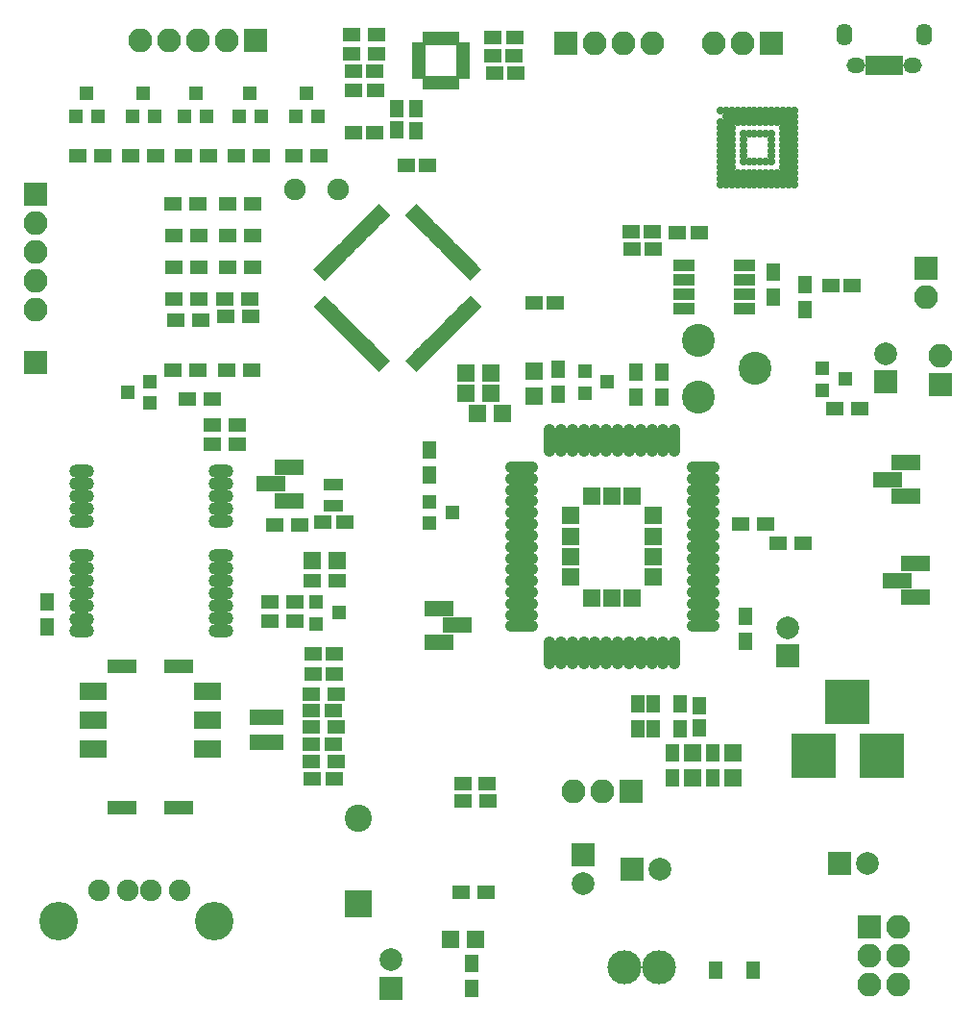
<source format=gbr>
G04 #@! TF.FileFunction,Soldermask,Top*
%FSLAX46Y46*%
G04 Gerber Fmt 4.6, Leading zero omitted, Abs format (unit mm)*
G04 Created by KiCad (PCBNEW 4.0.5) date 06/13/18 16:42:59*
%MOMM*%
%LPD*%
G01*
G04 APERTURE LIST*
%ADD10C,0.100000*%
%ADD11R,1.050000X1.460000*%
%ADD12R,1.300000X1.200000*%
%ADD13R,1.600000X1.150000*%
%ADD14O,2.900000X1.100000*%
%ADD15O,1.100000X2.900000*%
%ADD16R,1.500000X1.500000*%
%ADD17R,2.400000X1.600000*%
%ADD18R,2.600000X1.300000*%
%ADD19R,1.600000X1.600000*%
%ADD20R,3.900000X3.900000*%
%ADD21R,2.000000X2.000000*%
%ADD22C,2.000000*%
%ADD23R,1.250000X0.700000*%
%ADD24R,0.700000X1.250000*%
%ADD25R,2.100000X2.100000*%
%ADD26O,2.100000X2.100000*%
%ADD27R,1.150000X1.600000*%
%ADD28R,1.300000X1.600000*%
%ADD29C,3.000000*%
%ADD30R,0.800000X1.750000*%
%ADD31O,1.650000X1.350000*%
%ADD32O,1.400000X1.950000*%
%ADD33R,1.600000X1.300000*%
%ADD34R,1.950000X1.000000*%
%ADD35C,1.900000*%
%ADD36C,3.400000*%
%ADD37R,1.200000X1.300000*%
%ADD38C,2.900000*%
%ADD39R,1.700000X1.100000*%
%ADD40O,2.200000X1.200000*%
%ADD41R,2.625000X1.450000*%
%ADD42R,2.400000X2.400000*%
%ADD43C,2.400000*%
%ADD44C,0.725000*%
G04 APERTURE END LIST*
D10*
D11*
X134100000Y-124050000D03*
X133150000Y-124050000D03*
X132200000Y-124050000D03*
X132200000Y-126250000D03*
X134100000Y-126250000D03*
X133150000Y-126250000D03*
D12*
X161200000Y-93550000D03*
X161200000Y-95450000D03*
X163200000Y-94500000D03*
D13*
X138115000Y-106807000D03*
X140015000Y-106807000D03*
D10*
G36*
X142596358Y-79252676D02*
X143055977Y-78793057D01*
X144045926Y-79783006D01*
X143586307Y-80242625D01*
X142596358Y-79252676D01*
X142596358Y-79252676D01*
G37*
G36*
X142242804Y-79606229D02*
X142702423Y-79146610D01*
X143692372Y-80136559D01*
X143232753Y-80596178D01*
X142242804Y-79606229D01*
X142242804Y-79606229D01*
G37*
G36*
X141889251Y-79959783D02*
X142348870Y-79500164D01*
X143338819Y-80490113D01*
X142879200Y-80949732D01*
X141889251Y-79959783D01*
X141889251Y-79959783D01*
G37*
G36*
X141535698Y-80313336D02*
X141995317Y-79853717D01*
X142985266Y-80843666D01*
X142525647Y-81303285D01*
X141535698Y-80313336D01*
X141535698Y-80313336D01*
G37*
G36*
X141182144Y-80666889D02*
X141641763Y-80207270D01*
X142631712Y-81197219D01*
X142172093Y-81656838D01*
X141182144Y-80666889D01*
X141182144Y-80666889D01*
G37*
G36*
X140828591Y-81020443D02*
X141288210Y-80560824D01*
X142278159Y-81550773D01*
X141818540Y-82010392D01*
X140828591Y-81020443D01*
X140828591Y-81020443D01*
G37*
G36*
X140475037Y-81373996D02*
X140934656Y-80914377D01*
X141924605Y-81904326D01*
X141464986Y-82363945D01*
X140475037Y-81373996D01*
X140475037Y-81373996D01*
G37*
G36*
X140121484Y-81727550D02*
X140581103Y-81267931D01*
X141571052Y-82257880D01*
X141111433Y-82717499D01*
X140121484Y-81727550D01*
X140121484Y-81727550D01*
G37*
G36*
X139767931Y-82081103D02*
X140227550Y-81621484D01*
X141217499Y-82611433D01*
X140757880Y-83071052D01*
X139767931Y-82081103D01*
X139767931Y-82081103D01*
G37*
G36*
X139414377Y-82434656D02*
X139873996Y-81975037D01*
X140863945Y-82964986D01*
X140404326Y-83424605D01*
X139414377Y-82434656D01*
X139414377Y-82434656D01*
G37*
G36*
X139060824Y-82788210D02*
X139520443Y-82328591D01*
X140510392Y-83318540D01*
X140050773Y-83778159D01*
X139060824Y-82788210D01*
X139060824Y-82788210D01*
G37*
G36*
X138707270Y-83141763D02*
X139166889Y-82682144D01*
X140156838Y-83672093D01*
X139697219Y-84131712D01*
X138707270Y-83141763D01*
X138707270Y-83141763D01*
G37*
G36*
X138353717Y-83495317D02*
X138813336Y-83035698D01*
X139803285Y-84025647D01*
X139343666Y-84485266D01*
X138353717Y-83495317D01*
X138353717Y-83495317D01*
G37*
G36*
X138000164Y-83848870D02*
X138459783Y-83389251D01*
X139449732Y-84379200D01*
X138990113Y-84838819D01*
X138000164Y-83848870D01*
X138000164Y-83848870D01*
G37*
G36*
X137646610Y-84202423D02*
X138106229Y-83742804D01*
X139096178Y-84732753D01*
X138636559Y-85192372D01*
X137646610Y-84202423D01*
X137646610Y-84202423D01*
G37*
G36*
X137293057Y-84555977D02*
X137752676Y-84096358D01*
X138742625Y-85086307D01*
X138283006Y-85545926D01*
X137293057Y-84555977D01*
X137293057Y-84555977D01*
G37*
G36*
X137752676Y-88303642D02*
X137293057Y-87844023D01*
X138283006Y-86854074D01*
X138742625Y-87313693D01*
X137752676Y-88303642D01*
X137752676Y-88303642D01*
G37*
G36*
X138106229Y-88657196D02*
X137646610Y-88197577D01*
X138636559Y-87207628D01*
X139096178Y-87667247D01*
X138106229Y-88657196D01*
X138106229Y-88657196D01*
G37*
G36*
X138459783Y-89010749D02*
X138000164Y-88551130D01*
X138990113Y-87561181D01*
X139449732Y-88020800D01*
X138459783Y-89010749D01*
X138459783Y-89010749D01*
G37*
G36*
X138813336Y-89364302D02*
X138353717Y-88904683D01*
X139343666Y-87914734D01*
X139803285Y-88374353D01*
X138813336Y-89364302D01*
X138813336Y-89364302D01*
G37*
G36*
X139166889Y-89717856D02*
X138707270Y-89258237D01*
X139697219Y-88268288D01*
X140156838Y-88727907D01*
X139166889Y-89717856D01*
X139166889Y-89717856D01*
G37*
G36*
X139520443Y-90071409D02*
X139060824Y-89611790D01*
X140050773Y-88621841D01*
X140510392Y-89081460D01*
X139520443Y-90071409D01*
X139520443Y-90071409D01*
G37*
G36*
X139873996Y-90424963D02*
X139414377Y-89965344D01*
X140404326Y-88975395D01*
X140863945Y-89435014D01*
X139873996Y-90424963D01*
X139873996Y-90424963D01*
G37*
G36*
X140227550Y-90778516D02*
X139767931Y-90318897D01*
X140757880Y-89328948D01*
X141217499Y-89788567D01*
X140227550Y-90778516D01*
X140227550Y-90778516D01*
G37*
G36*
X140581103Y-91132069D02*
X140121484Y-90672450D01*
X141111433Y-89682501D01*
X141571052Y-90142120D01*
X140581103Y-91132069D01*
X140581103Y-91132069D01*
G37*
G36*
X140934656Y-91485623D02*
X140475037Y-91026004D01*
X141464986Y-90036055D01*
X141924605Y-90495674D01*
X140934656Y-91485623D01*
X140934656Y-91485623D01*
G37*
G36*
X141288210Y-91839176D02*
X140828591Y-91379557D01*
X141818540Y-90389608D01*
X142278159Y-90849227D01*
X141288210Y-91839176D01*
X141288210Y-91839176D01*
G37*
G36*
X141641763Y-92192730D02*
X141182144Y-91733111D01*
X142172093Y-90743162D01*
X142631712Y-91202781D01*
X141641763Y-92192730D01*
X141641763Y-92192730D01*
G37*
G36*
X141995317Y-92546283D02*
X141535698Y-92086664D01*
X142525647Y-91096715D01*
X142985266Y-91556334D01*
X141995317Y-92546283D01*
X141995317Y-92546283D01*
G37*
G36*
X142348870Y-92899836D02*
X141889251Y-92440217D01*
X142879200Y-91450268D01*
X143338819Y-91909887D01*
X142348870Y-92899836D01*
X142348870Y-92899836D01*
G37*
G36*
X142702423Y-93253390D02*
X142242804Y-92793771D01*
X143232753Y-91803822D01*
X143692372Y-92263441D01*
X142702423Y-93253390D01*
X142702423Y-93253390D01*
G37*
G36*
X143055977Y-93606943D02*
X142596358Y-93147324D01*
X143586307Y-92157375D01*
X144045926Y-92616994D01*
X143055977Y-93606943D01*
X143055977Y-93606943D01*
G37*
G36*
X145354074Y-92616994D02*
X145813693Y-92157375D01*
X146803642Y-93147324D01*
X146344023Y-93606943D01*
X145354074Y-92616994D01*
X145354074Y-92616994D01*
G37*
G36*
X145707628Y-92263441D02*
X146167247Y-91803822D01*
X147157196Y-92793771D01*
X146697577Y-93253390D01*
X145707628Y-92263441D01*
X145707628Y-92263441D01*
G37*
G36*
X146061181Y-91909887D02*
X146520800Y-91450268D01*
X147510749Y-92440217D01*
X147051130Y-92899836D01*
X146061181Y-91909887D01*
X146061181Y-91909887D01*
G37*
G36*
X146414734Y-91556334D02*
X146874353Y-91096715D01*
X147864302Y-92086664D01*
X147404683Y-92546283D01*
X146414734Y-91556334D01*
X146414734Y-91556334D01*
G37*
G36*
X146768288Y-91202781D02*
X147227907Y-90743162D01*
X148217856Y-91733111D01*
X147758237Y-92192730D01*
X146768288Y-91202781D01*
X146768288Y-91202781D01*
G37*
G36*
X147121841Y-90849227D02*
X147581460Y-90389608D01*
X148571409Y-91379557D01*
X148111790Y-91839176D01*
X147121841Y-90849227D01*
X147121841Y-90849227D01*
G37*
G36*
X147475395Y-90495674D02*
X147935014Y-90036055D01*
X148924963Y-91026004D01*
X148465344Y-91485623D01*
X147475395Y-90495674D01*
X147475395Y-90495674D01*
G37*
G36*
X147828948Y-90142120D02*
X148288567Y-89682501D01*
X149278516Y-90672450D01*
X148818897Y-91132069D01*
X147828948Y-90142120D01*
X147828948Y-90142120D01*
G37*
G36*
X148182501Y-89788567D02*
X148642120Y-89328948D01*
X149632069Y-90318897D01*
X149172450Y-90778516D01*
X148182501Y-89788567D01*
X148182501Y-89788567D01*
G37*
G36*
X148536055Y-89435014D02*
X148995674Y-88975395D01*
X149985623Y-89965344D01*
X149526004Y-90424963D01*
X148536055Y-89435014D01*
X148536055Y-89435014D01*
G37*
G36*
X148889608Y-89081460D02*
X149349227Y-88621841D01*
X150339176Y-89611790D01*
X149879557Y-90071409D01*
X148889608Y-89081460D01*
X148889608Y-89081460D01*
G37*
G36*
X149243162Y-88727907D02*
X149702781Y-88268288D01*
X150692730Y-89258237D01*
X150233111Y-89717856D01*
X149243162Y-88727907D01*
X149243162Y-88727907D01*
G37*
G36*
X149596715Y-88374353D02*
X150056334Y-87914734D01*
X151046283Y-88904683D01*
X150586664Y-89364302D01*
X149596715Y-88374353D01*
X149596715Y-88374353D01*
G37*
G36*
X149950268Y-88020800D02*
X150409887Y-87561181D01*
X151399836Y-88551130D01*
X150940217Y-89010749D01*
X149950268Y-88020800D01*
X149950268Y-88020800D01*
G37*
G36*
X150303822Y-87667247D02*
X150763441Y-87207628D01*
X151753390Y-88197577D01*
X151293771Y-88657196D01*
X150303822Y-87667247D01*
X150303822Y-87667247D01*
G37*
G36*
X150657375Y-87313693D02*
X151116994Y-86854074D01*
X152106943Y-87844023D01*
X151647324Y-88303642D01*
X150657375Y-87313693D01*
X150657375Y-87313693D01*
G37*
G36*
X151116994Y-85545926D02*
X150657375Y-85086307D01*
X151647324Y-84096358D01*
X152106943Y-84555977D01*
X151116994Y-85545926D01*
X151116994Y-85545926D01*
G37*
G36*
X150763441Y-85192372D02*
X150303822Y-84732753D01*
X151293771Y-83742804D01*
X151753390Y-84202423D01*
X150763441Y-85192372D01*
X150763441Y-85192372D01*
G37*
G36*
X150409887Y-84838819D02*
X149950268Y-84379200D01*
X150940217Y-83389251D01*
X151399836Y-83848870D01*
X150409887Y-84838819D01*
X150409887Y-84838819D01*
G37*
G36*
X150056334Y-84485266D02*
X149596715Y-84025647D01*
X150586664Y-83035698D01*
X151046283Y-83495317D01*
X150056334Y-84485266D01*
X150056334Y-84485266D01*
G37*
G36*
X149702781Y-84131712D02*
X149243162Y-83672093D01*
X150233111Y-82682144D01*
X150692730Y-83141763D01*
X149702781Y-84131712D01*
X149702781Y-84131712D01*
G37*
G36*
X149349227Y-83778159D02*
X148889608Y-83318540D01*
X149879557Y-82328591D01*
X150339176Y-82788210D01*
X149349227Y-83778159D01*
X149349227Y-83778159D01*
G37*
G36*
X148995674Y-83424605D02*
X148536055Y-82964986D01*
X149526004Y-81975037D01*
X149985623Y-82434656D01*
X148995674Y-83424605D01*
X148995674Y-83424605D01*
G37*
G36*
X148642120Y-83071052D02*
X148182501Y-82611433D01*
X149172450Y-81621484D01*
X149632069Y-82081103D01*
X148642120Y-83071052D01*
X148642120Y-83071052D01*
G37*
G36*
X148288567Y-82717499D02*
X147828948Y-82257880D01*
X148818897Y-81267931D01*
X149278516Y-81727550D01*
X148288567Y-82717499D01*
X148288567Y-82717499D01*
G37*
G36*
X147935014Y-82363945D02*
X147475395Y-81904326D01*
X148465344Y-80914377D01*
X148924963Y-81373996D01*
X147935014Y-82363945D01*
X147935014Y-82363945D01*
G37*
G36*
X147581460Y-82010392D02*
X147121841Y-81550773D01*
X148111790Y-80560824D01*
X148571409Y-81020443D01*
X147581460Y-82010392D01*
X147581460Y-82010392D01*
G37*
G36*
X147227907Y-81656838D02*
X146768288Y-81197219D01*
X147758237Y-80207270D01*
X148217856Y-80666889D01*
X147227907Y-81656838D01*
X147227907Y-81656838D01*
G37*
G36*
X146874353Y-81303285D02*
X146414734Y-80843666D01*
X147404683Y-79853717D01*
X147864302Y-80313336D01*
X146874353Y-81303285D01*
X146874353Y-81303285D01*
G37*
G36*
X146520800Y-80949732D02*
X146061181Y-80490113D01*
X147051130Y-79500164D01*
X147510749Y-79959783D01*
X146520800Y-80949732D01*
X146520800Y-80949732D01*
G37*
G36*
X146167247Y-80596178D02*
X145707628Y-80136559D01*
X146697577Y-79146610D01*
X147157196Y-79606229D01*
X146167247Y-80596178D01*
X146167247Y-80596178D01*
G37*
G36*
X145813693Y-80242625D02*
X145354074Y-79783006D01*
X146344023Y-78793057D01*
X146803642Y-79252676D01*
X145813693Y-80242625D01*
X145813693Y-80242625D01*
G37*
D14*
X155600000Y-102000000D03*
X155600000Y-103000000D03*
X155600000Y-104000000D03*
X155600000Y-105000000D03*
X155600000Y-106000000D03*
X155600000Y-107000000D03*
X155600000Y-108000000D03*
X155600000Y-109000000D03*
X155600000Y-110000000D03*
X155600000Y-111000000D03*
X155600000Y-112000000D03*
X155600000Y-113000000D03*
X155600000Y-114000000D03*
X155600000Y-115000000D03*
X155600000Y-116000000D03*
D15*
X158100000Y-118350000D03*
X159100000Y-118350000D03*
X160100000Y-118350000D03*
X161100000Y-118350000D03*
X162100000Y-118350000D03*
X163100000Y-118350000D03*
X164100000Y-118350000D03*
X165100000Y-118350000D03*
X166100000Y-118350000D03*
X167100000Y-118350000D03*
X168100000Y-118350000D03*
X169100000Y-118350000D03*
D14*
X171600000Y-116000000D03*
X171600000Y-115000000D03*
X171600000Y-114000000D03*
X171600000Y-113000000D03*
X171600000Y-112000000D03*
X171600000Y-111000000D03*
X171600000Y-110000000D03*
X171600000Y-109000000D03*
X171600000Y-108000000D03*
X171600000Y-107000000D03*
X171600000Y-106000000D03*
X171600000Y-105000000D03*
X171600000Y-104000000D03*
X171600000Y-103000000D03*
X171600000Y-102000000D03*
D15*
X169100000Y-99650000D03*
X168100000Y-99650000D03*
X167100000Y-99650000D03*
X166100000Y-99650000D03*
X165100000Y-99650000D03*
X164100000Y-99650000D03*
X163100000Y-99650000D03*
X162100000Y-99650000D03*
X161100000Y-99640000D03*
X160100000Y-99650000D03*
X159100000Y-99650000D03*
X158100000Y-99650000D03*
D16*
X163600000Y-104500000D03*
X161800000Y-104500000D03*
X165400000Y-104500000D03*
X159950000Y-108060000D03*
X159950000Y-106260000D03*
X159950000Y-109860000D03*
X159950000Y-111660000D03*
X163600000Y-113500000D03*
X167250000Y-106260000D03*
X167250000Y-108060000D03*
X167250000Y-109860000D03*
X167250000Y-111660000D03*
X165400000Y-113500000D03*
X161800000Y-113500000D03*
D17*
X117900000Y-121700000D03*
X117900000Y-124240000D03*
X117900000Y-126780000D03*
X127900000Y-126780000D03*
X127900000Y-124240000D03*
X127900000Y-121700000D03*
D18*
X120400000Y-119510000D03*
X125400000Y-119510000D03*
X120400000Y-132010000D03*
X125400000Y-132010000D03*
D19*
X151530000Y-143610000D03*
X149330000Y-143610000D03*
X174244000Y-129370000D03*
X174244000Y-127170000D03*
X156718000Y-95715000D03*
X156718000Y-93515000D03*
D20*
X181356000Y-127381000D03*
X187356000Y-127381000D03*
X184356000Y-122681000D03*
D19*
X152928500Y-93662500D03*
X150728500Y-93662500D03*
X153960000Y-97260000D03*
X151760000Y-97260000D03*
X152928500Y-95504000D03*
X150728500Y-95504000D03*
X170688000Y-127170000D03*
X170688000Y-129370000D03*
D12*
X147500000Y-105050000D03*
X147500000Y-106950000D03*
X149500000Y-106000000D03*
D21*
X144151000Y-147872000D03*
D22*
X144151000Y-145372000D03*
D21*
X161036000Y-136144000D03*
D22*
X161036000Y-138644000D03*
D23*
X146570800Y-64928000D03*
X146570800Y-65428000D03*
X146570800Y-65928000D03*
X146570800Y-66428000D03*
X146570800Y-66928000D03*
X146570800Y-67428000D03*
D24*
X147270800Y-68128000D03*
X147770800Y-68128000D03*
X148270800Y-68128000D03*
X148770800Y-68128000D03*
X149270800Y-68128000D03*
X149770800Y-68128000D03*
D23*
X150470800Y-67428000D03*
X150470800Y-66928000D03*
X150470800Y-66428000D03*
X150470800Y-65928000D03*
X150470800Y-65428000D03*
X150470800Y-64928000D03*
D24*
X149770800Y-64228000D03*
X149270800Y-64228000D03*
X148770800Y-64228000D03*
X148270800Y-64228000D03*
X147770800Y-64228000D03*
X147270800Y-64228000D03*
D21*
X179070000Y-118618000D03*
D22*
X179070000Y-116118000D03*
D25*
X159519000Y-64654000D03*
D26*
X162059000Y-64654000D03*
X164599000Y-64654000D03*
X167139000Y-64654000D03*
D25*
X191250000Y-84500000D03*
D26*
X191250000Y-87040000D03*
D25*
X177680000Y-64654000D03*
D26*
X175140000Y-64654000D03*
X172600000Y-64654000D03*
D27*
X144650000Y-70420000D03*
X144650000Y-72320000D03*
X146320000Y-70430000D03*
X146320000Y-72330000D03*
D13*
X156700000Y-87550000D03*
X158600000Y-87550000D03*
X145440000Y-75410000D03*
X147340000Y-75410000D03*
X153050000Y-65800000D03*
X154950000Y-65800000D03*
X155135000Y-67295600D03*
X153235000Y-67295600D03*
X142708000Y-67156000D03*
X140808000Y-67156000D03*
X155008000Y-64146000D03*
X153108000Y-64146000D03*
X165330400Y-82797600D03*
X167230400Y-82797600D03*
X137175000Y-129400000D03*
X139075000Y-129400000D03*
X137125000Y-126400000D03*
X139025000Y-126400000D03*
D21*
X183642000Y-136906000D03*
D22*
X186142000Y-136906000D03*
D13*
X137125000Y-123400000D03*
X139025000Y-123400000D03*
D21*
X165354000Y-137414000D03*
D22*
X167854000Y-137414000D03*
D13*
X137225000Y-120225000D03*
X139125000Y-120225000D03*
X182890000Y-85970000D03*
X184790000Y-85970000D03*
X139150000Y-118400000D03*
X137250000Y-118400000D03*
D27*
X171323000Y-123002000D03*
X171323000Y-124902000D03*
D13*
X171250000Y-81300000D03*
X169350000Y-81300000D03*
X142750000Y-68800000D03*
X140850000Y-68800000D03*
D28*
X172721000Y-146304000D03*
X176021000Y-146304000D03*
D25*
X165300000Y-130500000D03*
D26*
X162760000Y-130500000D03*
X160220000Y-130500000D03*
D29*
X164719000Y-146050000D03*
X167719000Y-146050000D03*
D30*
X188879000Y-66628000D03*
X188229000Y-66628000D03*
X187579000Y-66628000D03*
X186929000Y-66628000D03*
X186279000Y-66628000D03*
D31*
X190079000Y-66628000D03*
X185079000Y-66628000D03*
D32*
X191079000Y-63928000D03*
X184079000Y-63928000D03*
D33*
X140600000Y-63900000D03*
X142800000Y-63900000D03*
X140658000Y-65632000D03*
X142858000Y-65632000D03*
X139325000Y-121950000D03*
X137125000Y-121950000D03*
X139325000Y-124900000D03*
X137125000Y-124900000D03*
X139325000Y-127900000D03*
X137125000Y-127900000D03*
D28*
X158810000Y-93390000D03*
X158810000Y-95590000D03*
X168021000Y-95842000D03*
X168021000Y-93642000D03*
X167200000Y-125000000D03*
X167200000Y-122800000D03*
X169600000Y-122800000D03*
X169600000Y-125000000D03*
D33*
X152620000Y-129840000D03*
X150420000Y-129840000D03*
X152630000Y-131390000D03*
X150430000Y-131390000D03*
D28*
X151240000Y-147920000D03*
X151240000Y-145720000D03*
X165850000Y-125000000D03*
X165850000Y-122800000D03*
D33*
X174922000Y-106997500D03*
X177122000Y-106997500D03*
D28*
X172466000Y-127170000D03*
X172466000Y-129370000D03*
X168910000Y-127170000D03*
X168910000Y-129370000D03*
X177800000Y-87000000D03*
X177800000Y-84800000D03*
D33*
X152484000Y-139446000D03*
X150284000Y-139446000D03*
X180424000Y-108712000D03*
X178224000Y-108712000D03*
D28*
X147500000Y-100500000D03*
X147500000Y-102700000D03*
X165735000Y-95842000D03*
X165735000Y-93642000D03*
D34*
X169900000Y-84195000D03*
X169900000Y-85465000D03*
X169900000Y-86735000D03*
X169900000Y-88005000D03*
X175300000Y-88005000D03*
X175300000Y-86735000D03*
X175300000Y-85465000D03*
X175300000Y-84195000D03*
D35*
X135636000Y-77533500D03*
X139436000Y-77533500D03*
D13*
X142682000Y-72517000D03*
X140782000Y-72517000D03*
X167179600Y-81273600D03*
X165279600Y-81273600D03*
D19*
X139360000Y-110200000D03*
X137160000Y-110200000D03*
D35*
X125460000Y-139280000D03*
X122920000Y-139280000D03*
X120890000Y-139280000D03*
X118350000Y-139280000D03*
D36*
X128510000Y-141950000D03*
X114790000Y-141950000D03*
D25*
X112776000Y-77978000D03*
D26*
X112776000Y-80518000D03*
X112776000Y-83058000D03*
X112776000Y-85598000D03*
X112776000Y-88138000D03*
D25*
X192532000Y-94742000D03*
D26*
X192532000Y-92202000D03*
D25*
X112750000Y-92750000D03*
D12*
X137540000Y-113860000D03*
X137540000Y-115760000D03*
X139540000Y-114810000D03*
D37*
X135750000Y-71100000D03*
X137650000Y-71100000D03*
X136700000Y-69100000D03*
D12*
X122900000Y-96350000D03*
X122900000Y-94450000D03*
X120900000Y-95400000D03*
D37*
X130750000Y-71100000D03*
X132650000Y-71100000D03*
X131700000Y-69100000D03*
X125950000Y-71100000D03*
X127850000Y-71100000D03*
X126900000Y-69100000D03*
X121350000Y-71100000D03*
X123250000Y-71100000D03*
X122300000Y-69100000D03*
D12*
X182134000Y-93284000D03*
X182134000Y-95184000D03*
X184134000Y-94234000D03*
D33*
X139380000Y-111960000D03*
X137180000Y-111960000D03*
X135620000Y-113890000D03*
X133420000Y-113890000D03*
X137800000Y-74600000D03*
X135600000Y-74600000D03*
X128354000Y-96012000D03*
X126154000Y-96012000D03*
X132700000Y-74600000D03*
X130500000Y-74600000D03*
X128000000Y-74600000D03*
X125800000Y-74600000D03*
X124900000Y-78800000D03*
X127100000Y-78800000D03*
X131900000Y-78800000D03*
X129700000Y-78800000D03*
X125000000Y-81600000D03*
X127200000Y-81600000D03*
X131900000Y-81600000D03*
X129700000Y-81600000D03*
X123400000Y-74600000D03*
X121200000Y-74600000D03*
X125000000Y-84400000D03*
X127200000Y-84400000D03*
X131900000Y-84400000D03*
X129700000Y-84400000D03*
X125000000Y-87200000D03*
X127200000Y-87200000D03*
X131700000Y-87200000D03*
X129500000Y-87200000D03*
X125138000Y-89027000D03*
X127338000Y-89027000D03*
X131710000Y-88730000D03*
X129510000Y-88730000D03*
X183240500Y-96837500D03*
X185440500Y-96837500D03*
X124884000Y-93472000D03*
X127084000Y-93472000D03*
X129659200Y-93472000D03*
X131859200Y-93472000D03*
D28*
X180600000Y-85900000D03*
X180600000Y-88100000D03*
D25*
X186300000Y-142500000D03*
D26*
X188840000Y-142500000D03*
X186300000Y-145040000D03*
X188840000Y-145040000D03*
X186300000Y-147580000D03*
X188840000Y-147580000D03*
D37*
X116350000Y-71100000D03*
X118250000Y-71100000D03*
X117300000Y-69100000D03*
D33*
X135650000Y-115580000D03*
X133450000Y-115580000D03*
X136101000Y-107061000D03*
X133901000Y-107061000D03*
D28*
X113770000Y-113890000D03*
X113770000Y-116090000D03*
D33*
X118700000Y-74600000D03*
X116500000Y-74600000D03*
D38*
X176236000Y-93305000D03*
X171196000Y-95805000D03*
X171196000Y-90805000D03*
D39*
X139001500Y-105407500D03*
X139001500Y-103507500D03*
D40*
X129128000Y-116356000D03*
X129128000Y-115256000D03*
X129128000Y-114156000D03*
X129128000Y-113056000D03*
X129128000Y-111956000D03*
X129128000Y-110856000D03*
X129128000Y-109756000D03*
X129128000Y-106756000D03*
X129128000Y-105656000D03*
X129128000Y-104556000D03*
X129128000Y-103456000D03*
X129128000Y-102356000D03*
X116878000Y-102356000D03*
X116878000Y-103456000D03*
X116878000Y-104556000D03*
X116878000Y-105656000D03*
X116878000Y-106756000D03*
X116878000Y-109756000D03*
X116878000Y-110856000D03*
X116878000Y-111956000D03*
X116878000Y-113056000D03*
X116878000Y-114156000D03*
X116878000Y-115356000D03*
X116878000Y-116356000D03*
D41*
X135128000Y-104956000D03*
X135128000Y-101981000D03*
X133528000Y-103468500D03*
X189484000Y-104575000D03*
X189484000Y-101600000D03*
X187884000Y-103087500D03*
X190373000Y-113465000D03*
X190373000Y-110490000D03*
X188773000Y-111977500D03*
X148336000Y-114436500D03*
X148336000Y-117411500D03*
X149936000Y-115924000D03*
D25*
X132207000Y-64389000D03*
D26*
X129667000Y-64389000D03*
X127127000Y-64389000D03*
X124587000Y-64389000D03*
X122047000Y-64389000D03*
D21*
X187706000Y-94488000D03*
D22*
X187706000Y-91988000D03*
D33*
X130600000Y-100000000D03*
X128400000Y-100000000D03*
X130600000Y-98250000D03*
X128400000Y-98250000D03*
D42*
X141200000Y-140470000D03*
D43*
X141200000Y-132870000D03*
D28*
X175387000Y-115105000D03*
X175387000Y-117305000D03*
D44*
X179650000Y-71605000D03*
X179650000Y-72105000D03*
X179650000Y-72605000D03*
X179650000Y-73105000D03*
X179650000Y-73605000D03*
X179650000Y-74105000D03*
X179150000Y-72605000D03*
X179650000Y-75605000D03*
X179650000Y-76105000D03*
X179650000Y-76605000D03*
X179650000Y-77105000D03*
X179150000Y-70605000D03*
X179150000Y-71105000D03*
X179150000Y-71605000D03*
X179150000Y-72105000D03*
X179650000Y-74605000D03*
X179150000Y-73105000D03*
X179150000Y-73605000D03*
X179150000Y-74105000D03*
X179150000Y-74605000D03*
X179150000Y-75105000D03*
X179150000Y-75605000D03*
X179150000Y-76105000D03*
X179150000Y-76605000D03*
X179150000Y-77105000D03*
X178650000Y-77105000D03*
X178650000Y-76605000D03*
X178650000Y-76105000D03*
X178650000Y-75605000D03*
X178650000Y-75105000D03*
X178650000Y-74605000D03*
X178650000Y-74105000D03*
X178650000Y-73605000D03*
X178650000Y-73105000D03*
X178650000Y-72605000D03*
X178650000Y-72105000D03*
X178650000Y-71605000D03*
X178650000Y-71105000D03*
X178650000Y-70605000D03*
X178150000Y-70605000D03*
X178150000Y-71105000D03*
X178150000Y-71605000D03*
X179650000Y-71105000D03*
X176650000Y-71605000D03*
X174150000Y-72105000D03*
X174150000Y-72605000D03*
X174150000Y-73105000D03*
X173650000Y-72605000D03*
X173650000Y-72105000D03*
X173650000Y-71105000D03*
X173150000Y-71605000D03*
X173150000Y-72105000D03*
X173150000Y-72605000D03*
X173150000Y-73105000D03*
X173150000Y-73605000D03*
X173150000Y-75105000D03*
X177650000Y-72605000D03*
X177150000Y-72605000D03*
X176650000Y-72605000D03*
X176150000Y-72605000D03*
X175650000Y-72605000D03*
X175150000Y-72605000D03*
X175150000Y-73105000D03*
X175150000Y-73605000D03*
X175150000Y-74605000D03*
X175150000Y-75105000D03*
X175150000Y-74105000D03*
X175650000Y-75105000D03*
X176150000Y-75105000D03*
X176650000Y-75105000D03*
X177150000Y-75105000D03*
X177650000Y-75105000D03*
X177650000Y-74605000D03*
X177650000Y-74105000D03*
X177650000Y-73605000D03*
X177650000Y-73105000D03*
X179650000Y-75105000D03*
X177650000Y-70605000D03*
X177650000Y-71105000D03*
X177650000Y-71605000D03*
X177150000Y-70605000D03*
X177150000Y-71105000D03*
X177150000Y-71605000D03*
X176650000Y-70605000D03*
X176650000Y-71105000D03*
X176150000Y-70605000D03*
X176150000Y-71105000D03*
X176150000Y-71605000D03*
X175650000Y-70605000D03*
X175650000Y-71105000D03*
X175650000Y-71605000D03*
X175150000Y-70605000D03*
X175150000Y-71105000D03*
X175150000Y-71605000D03*
X174650000Y-70605000D03*
X174650000Y-71105000D03*
X174650000Y-71605000D03*
X174150000Y-70605000D03*
X174150000Y-71105000D03*
X174150000Y-71605000D03*
X173650000Y-70605000D03*
X173650000Y-71605000D03*
X173150000Y-70605000D03*
X173650000Y-73105000D03*
X173650000Y-73605000D03*
X174150000Y-73605000D03*
X174150000Y-74105000D03*
X173650000Y-74105000D03*
X173150000Y-74105000D03*
X173150000Y-74605000D03*
X173650000Y-74605000D03*
X174150000Y-74605000D03*
X174150000Y-75105000D03*
X173650000Y-75105000D03*
X173150000Y-75605000D03*
X173650000Y-75605000D03*
X174150000Y-75605000D03*
X174150000Y-76105000D03*
X173650000Y-76105000D03*
X173150000Y-76105000D03*
X173150000Y-76605000D03*
X173650000Y-76605000D03*
X174150000Y-76605000D03*
X174150000Y-77105000D03*
X173150000Y-77105000D03*
X173650000Y-77105000D03*
X174650000Y-77105000D03*
X175150000Y-77105000D03*
X175650000Y-77105000D03*
X176150000Y-77105000D03*
X176650000Y-77105000D03*
X177150000Y-77105000D03*
X177650000Y-77105000D03*
X178150000Y-77105000D03*
X178150000Y-76605000D03*
X177650000Y-76605000D03*
X177150000Y-76605000D03*
X176650000Y-76605000D03*
X176150000Y-76605000D03*
X175650000Y-76605000D03*
X175150000Y-76605000D03*
X174650000Y-76605000D03*
X174650000Y-76105000D03*
X175150000Y-76105000D03*
X175650000Y-76105000D03*
X176150000Y-76105000D03*
X176650000Y-76105000D03*
X177150000Y-76105000D03*
X177650000Y-76105000D03*
X178150000Y-76105000D03*
X179650000Y-70605000D03*
M02*

</source>
